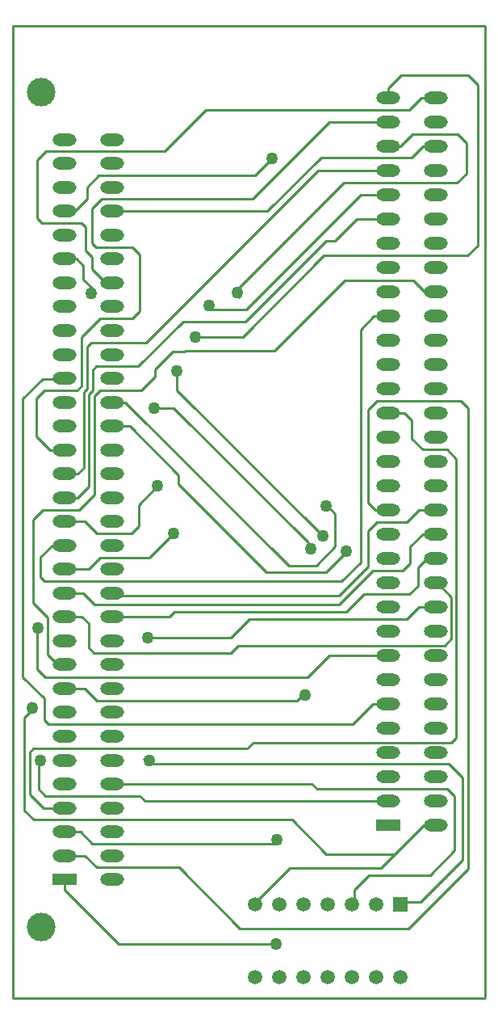
<source format=gbl>
%FSLAX44Y44*%
%MOMM*%
G71*
G01*
G75*
G04 Layer_Physical_Order=2*
G04 Layer_Color=14840927*
%ADD10C,0.2540*%
%ADD11O,2.5000X1.3000*%
%ADD12R,2.5000X1.3000*%
%ADD13C,3.0000*%
%ADD14R,1.5000X1.5000*%
%ADD15C,1.5000*%
%ADD16C,1.2700*%
D10*
X312200Y881400D02*
X332600Y901800D01*
X312200Y589173D02*
Y881400D01*
Y589173D02*
X334600Y566773D01*
X301800Y1272000D02*
X797000D01*
X301800Y252800D02*
Y1272000D01*
Y252800D02*
X797200D01*
X797000Y1173800D02*
Y1272000D01*
X313200Y547000D02*
X320000Y553800D01*
X313200Y449816D02*
Y547000D01*
Y449816D02*
X323216Y439800D01*
X319400Y510800D02*
X323000Y514400D01*
X319400Y466476D02*
Y510800D01*
Y466476D02*
X333476Y452400D01*
X328400Y472200D02*
Y500800D01*
X326500Y502700D02*
X328400Y500800D01*
Y472200D02*
X335600Y465000D01*
X324800Y638196D02*
X327400D01*
Y597800D02*
Y638196D01*
Y597800D02*
X335600Y589600D01*
X322800Y666784D02*
X338000Y651584D01*
Y612722D02*
Y651584D01*
Y612722D02*
X348322Y602400D01*
X683274Y878600D02*
X771800D01*
Y878576D02*
Y878600D01*
Y878576D02*
X779200Y871176D01*
Y388800D02*
Y871176D01*
X716400Y326000D02*
X779200Y388800D01*
X539886Y326000D02*
X716400D01*
X758998Y498602D02*
X773200Y484400D01*
Y398000D02*
Y484400D01*
X728800Y353600D02*
X773200Y398000D01*
X443798Y498602D02*
X758998D01*
X757214Y472186D02*
X764800Y464600D01*
Y407600D02*
Y464600D01*
X739200Y382000D02*
X764800Y407600D01*
X620522Y472186D02*
X757214D01*
X710800Y353600D02*
X728800D01*
X659400Y349800D02*
Y366600D01*
X674800Y382000D01*
X739200D01*
X412320Y309880D02*
X580800D01*
X558600Y356000D02*
X592000Y389400D01*
X687700D02*
X732500Y434200D01*
X592000Y389400D02*
X687700D01*
X333476Y452400D02*
X356000D01*
X323000Y514400D02*
X547420D01*
X320000Y553800D02*
Y562864D01*
X334600Y544400D02*
Y566773D01*
Y544400D02*
X339000Y540000D01*
X657742D01*
X440068Y459600D02*
X695200D01*
X356000Y702400D02*
X381000D01*
X406000Y1077400D02*
X568294D01*
X624864Y1133970D01*
X720090D01*
X731520Y1145400D01*
X745200D01*
X356000Y677400D02*
X374922D01*
X731520Y739000D02*
X745200D01*
Y688200D02*
X746760D01*
X761746Y673214D01*
Y629920D02*
Y673214D01*
X754380Y622554D02*
X761746Y629920D01*
X538226Y622554D02*
X754380D01*
X530606Y614934D02*
X538226Y622554D01*
X386080Y614934D02*
X530606D01*
X356000Y1077400D02*
X366400D01*
X553974Y520954D02*
X761746D01*
X766826Y526034D01*
Y817880D01*
X756920Y827786D02*
X766826Y817880D01*
X731520Y827786D02*
X756920D01*
X720090Y839216D02*
X731520Y827786D01*
X720090Y839216D02*
Y858520D01*
X712610Y866000D02*
X720090Y858520D01*
X695200Y866000D02*
X712610D01*
X633366Y612000D02*
X695200D01*
X356000Y802400D02*
X369584D01*
X621792Y1120000D02*
X695200D01*
X356000Y777400D02*
X369692D01*
X630115Y1046281D02*
X639772D01*
X662691Y1069200D01*
X695200D01*
X733806Y993000D02*
X745200D01*
X348322Y602400D02*
X356000D01*
X678942Y561200D02*
X695200D01*
X681368Y764400D02*
X695200D01*
X389700Y389890D02*
X475996D01*
X377190Y402400D02*
X389700Y389890D01*
X356000Y402400D02*
X377190D01*
X356000Y427400D02*
X372446D01*
X377190Y577400D02*
X389694Y564896D01*
X356000Y577400D02*
X377190D01*
X680212Y967600D02*
X695200D01*
X342900Y727400D02*
X356000D01*
Y752400D02*
X377190D01*
X340360Y827400D02*
X356000D01*
X633336Y1170800D02*
X695200D01*
X727710Y662800D02*
X745200D01*
X715150Y650240D02*
X727710Y662800D01*
X549656Y650240D02*
X715150D01*
X530098Y630682D02*
X549656Y650240D01*
X442976Y630682D02*
X530098D01*
X356000Y1027400D02*
X368530D01*
X406000Y477400D02*
X615308D01*
X620522Y472186D01*
X727400Y764400D02*
X745200D01*
X666356Y1094600D02*
X695200D01*
Y1145400D02*
X707758D01*
X695198Y1196200D02*
X695200D01*
X695198D02*
Y1206500D01*
X406000Y877400D02*
X419624D01*
X424000Y852400D02*
X475158Y801242D01*
X406000Y852400D02*
X424000D01*
X475158Y791972D02*
Y801242D01*
X356000Y901800D02*
Y902400D01*
X332600Y901800D02*
X356000D01*
X326000Y841760D02*
X340360Y827400D01*
X326000Y841760D02*
Y881200D01*
X334400Y889600D01*
X393030D02*
X436000D01*
X450400Y904000D01*
X387200Y780900D02*
Y883770D01*
X393030Y889600D01*
X369692Y777400D02*
X381400Y789108D01*
Y885886D01*
X369584Y802400D02*
X375800Y808616D01*
Y888256D01*
X334400Y889600D02*
X368600D01*
X381400Y885886D02*
X385200Y889686D01*
X375800Y888256D02*
X379400Y891856D01*
X368600Y889600D02*
X373400Y894400D01*
X398800Y1002400D02*
X406000D01*
X426946Y964946D02*
X434800Y972800D01*
X427000Y1039800D02*
X434800Y1032000D01*
Y972800D02*
Y1032000D01*
X326800Y1070000D02*
X331778Y1065022D01*
X326800Y1070000D02*
Y1130800D01*
X336200Y1140200D01*
X460800D01*
X394494Y1090200D02*
X552736D01*
X633336Y1170800D01*
X366400Y1077400D02*
X379200Y1090200D01*
Y1102338D01*
X391462Y1114600D01*
X555800D01*
X573786Y1132586D01*
X610966Y589600D02*
X633366Y612000D01*
X335600Y589600D02*
X610966D01*
X434668Y465000D02*
X440068Y459600D01*
X335600Y465000D02*
X434668D01*
X330600Y715100D02*
X342900Y727400D01*
X330600Y694000D02*
Y715100D01*
Y694000D02*
X334800Y689800D01*
X646366D01*
X370900Y764600D02*
X387200Y780900D01*
X322800Y666784D02*
Y754400D01*
X333000Y764600D01*
X370900D01*
X657742Y540000D02*
X678942Y561200D01*
X375600Y1005906D02*
X384556Y996950D01*
X375600Y1005906D02*
Y1020330D01*
X368530Y1027400D02*
X375600Y1020330D01*
X384600Y1016600D02*
X398800Y1002400D01*
X331778Y1065022D02*
X373978D01*
X378000Y1061000D01*
X384600Y1080306D02*
X394494Y1090200D01*
X378000Y1036000D02*
Y1061000D01*
Y1036000D02*
X384600Y1029400D01*
Y1016600D02*
Y1029400D01*
Y1044200D02*
Y1080306D01*
Y1044200D02*
X389000Y1039800D01*
X427000D01*
X377190Y752400D02*
X389590Y740000D01*
X426000D01*
X433324Y747324D01*
X381000Y702400D02*
X393200Y714600D01*
X444852D01*
X469900Y739648D01*
X649854Y1005200D02*
X721606D01*
X733806Y993000D01*
X695198Y1206500D02*
X708698Y1220000D01*
X779000D01*
X789000Y1210000D01*
X460800Y1140200D02*
X504200Y1183600D01*
X717400D01*
X730000Y1196200D01*
X745200D01*
X707758Y1145400D02*
X720558Y1158200D01*
X767800D01*
X777400Y1148600D01*
Y1117000D02*
Y1148600D01*
X767600Y1107200D02*
X777400Y1117000D01*
X608200Y570400D02*
X612310D01*
X406000Y677400D02*
X408400Y675000D01*
X643758D01*
X475158Y791972D02*
X567730Y699400D01*
X419624Y877400D02*
X590824Y706200D01*
X450088Y871474D02*
X470526D01*
X611200Y730800D01*
X451218Y789800D02*
X453200D01*
X433324Y747324D02*
Y769524D01*
X451600Y787800D01*
Y789418D01*
X451218Y789800D02*
X451600Y789418D01*
X611200Y724600D02*
Y730800D01*
X473600Y890000D02*
Y909800D01*
Y890000D02*
X622936Y740664D01*
X450400Y904000D02*
Y912200D01*
X630800Y769400D02*
X639800Y760400D01*
X567730Y699400D02*
X630000D01*
X651800Y721200D01*
X590824Y706200D02*
X619600D01*
X639800Y726400D01*
Y760400D01*
X646366Y689800D02*
X666200Y709634D01*
Y953588D01*
X680212Y967600D01*
X643758Y675000D02*
X674000Y705242D01*
Y742326D01*
X683674Y752000D01*
X715000D02*
X727400Y764400D01*
X683674Y752000D02*
X715000D01*
X674000Y771768D02*
X681368Y764400D01*
X674000Y771768D02*
Y869326D01*
X683274Y878600D01*
X678942Y700786D02*
X710786D01*
X718600Y708600D01*
Y726080D01*
X731520Y739000D01*
X726600Y704200D02*
X736000Y713600D01*
X745200D01*
X669998Y676275D02*
X717675D01*
X726600Y685200D01*
Y704200D01*
X323216Y439800D02*
X594800D01*
X630400Y404200D01*
X702500D01*
X732500Y434200D02*
X745200D01*
X475996Y389890D02*
X539886Y326000D01*
X380800Y620214D02*
X386080Y614934D01*
X380800Y620214D02*
Y645600D01*
X374000Y652400D02*
X380800Y645600D01*
X356000Y652400D02*
X374000D01*
X578400Y419000D02*
X581760D01*
X438688Y503712D02*
X443798Y498602D01*
X627888Y1030986D02*
X778586D01*
X789000Y1041400D01*
Y1210000D01*
X356000Y366200D02*
Y377400D01*
Y366200D02*
X412320Y309880D01*
X797000Y254400D02*
Y1173800D01*
X374922Y677400D02*
X386922Y665400D01*
X406000Y652400D02*
X465800D01*
X470800Y657400D01*
X651123D01*
X669998Y676275D01*
X386922Y665400D02*
X643556D01*
X678942Y700786D01*
X547420Y514400D02*
X553974Y520954D01*
X385200Y889686D02*
Y911000D01*
X389000Y914800D01*
X433000D01*
X441592Y939800D02*
X621792Y1120000D01*
X379400Y891856D02*
Y935200D01*
X384000Y939800D01*
X441592D01*
X373400Y894400D02*
Y945600D01*
X392746Y964946D01*
X426946D01*
X503428Y976884D02*
X505712Y974600D01*
X546356D01*
X666356Y1094600D01*
X538480Y987044D02*
Y997080D01*
X648600Y1107200D01*
X767600D01*
X450400Y912200D02*
X469000Y930800D01*
X481948D01*
X575654Y931000D02*
X649854Y1005200D01*
X575200Y931000D02*
X575654D01*
X575056Y930856D02*
X575200Y931000D01*
X482092Y930856D02*
X575056D01*
X493268Y945896D02*
X493372Y946000D01*
X542902D01*
X627888Y1030986D01*
X433000Y914800D02*
X480000Y961800D01*
X545634D01*
X630115Y1046281D01*
X581760Y419000D02*
X582280Y418480D01*
X372446Y427400D02*
X384646Y415200D01*
X579000D01*
X582280Y418480D01*
X389694Y564896D02*
X599696D01*
X604800Y570000D01*
X611910D01*
X612310Y570400D01*
D11*
X695200Y1196200D02*
D03*
Y1170800D02*
D03*
Y1145400D02*
D03*
Y1120000D02*
D03*
Y1094600D02*
D03*
Y1069200D02*
D03*
Y1043800D02*
D03*
Y1018400D02*
D03*
Y993000D02*
D03*
Y967600D02*
D03*
Y942200D02*
D03*
Y916800D02*
D03*
Y891400D02*
D03*
Y866000D02*
D03*
Y840600D02*
D03*
Y815200D02*
D03*
Y789800D02*
D03*
Y764400D02*
D03*
Y739000D02*
D03*
Y713600D02*
D03*
Y688200D02*
D03*
Y662800D02*
D03*
Y637400D02*
D03*
Y612000D02*
D03*
Y586600D02*
D03*
Y561200D02*
D03*
Y535800D02*
D03*
Y510400D02*
D03*
Y485000D02*
D03*
Y459600D02*
D03*
X745200Y1196200D02*
D03*
Y1170800D02*
D03*
Y1145400D02*
D03*
Y1120000D02*
D03*
Y1094600D02*
D03*
Y1069200D02*
D03*
Y1043800D02*
D03*
Y1018400D02*
D03*
Y993000D02*
D03*
Y967600D02*
D03*
Y942200D02*
D03*
Y916800D02*
D03*
Y891400D02*
D03*
Y866000D02*
D03*
Y840600D02*
D03*
Y815200D02*
D03*
Y789800D02*
D03*
Y764400D02*
D03*
Y739000D02*
D03*
Y713600D02*
D03*
Y688200D02*
D03*
Y662800D02*
D03*
Y637400D02*
D03*
Y612000D02*
D03*
Y586600D02*
D03*
Y561200D02*
D03*
Y535800D02*
D03*
Y510400D02*
D03*
Y485000D02*
D03*
Y459600D02*
D03*
Y434200D02*
D03*
X406000Y377400D02*
D03*
Y402400D02*
D03*
Y427400D02*
D03*
Y452400D02*
D03*
Y477400D02*
D03*
Y502400D02*
D03*
Y527400D02*
D03*
Y552400D02*
D03*
Y577400D02*
D03*
Y602400D02*
D03*
Y627400D02*
D03*
Y652400D02*
D03*
Y677400D02*
D03*
Y702400D02*
D03*
Y727400D02*
D03*
Y752400D02*
D03*
Y777400D02*
D03*
Y802400D02*
D03*
Y827400D02*
D03*
Y852400D02*
D03*
Y877400D02*
D03*
Y902400D02*
D03*
Y927400D02*
D03*
Y952400D02*
D03*
Y977400D02*
D03*
Y1002400D02*
D03*
Y1027400D02*
D03*
Y1052400D02*
D03*
Y1077400D02*
D03*
Y1102400D02*
D03*
Y1127400D02*
D03*
Y1152400D02*
D03*
X356000Y402400D02*
D03*
Y427400D02*
D03*
Y452400D02*
D03*
Y477400D02*
D03*
Y502400D02*
D03*
Y527400D02*
D03*
Y552400D02*
D03*
Y577400D02*
D03*
Y602400D02*
D03*
Y627400D02*
D03*
Y652400D02*
D03*
Y677400D02*
D03*
Y702400D02*
D03*
Y727400D02*
D03*
Y752400D02*
D03*
Y777400D02*
D03*
Y802400D02*
D03*
Y827400D02*
D03*
Y852400D02*
D03*
Y877400D02*
D03*
Y902400D02*
D03*
Y927400D02*
D03*
Y952400D02*
D03*
Y977400D02*
D03*
Y1002400D02*
D03*
Y1027400D02*
D03*
Y1052400D02*
D03*
Y1077400D02*
D03*
Y1102400D02*
D03*
Y1127400D02*
D03*
Y1152400D02*
D03*
D12*
X695200Y434200D02*
D03*
X356000Y377400D02*
D03*
D13*
X331000Y1202400D02*
D03*
Y327400D02*
D03*
D14*
X708400Y351500D02*
D03*
D15*
X683000D02*
D03*
X657600D02*
D03*
X632200D02*
D03*
X606800D02*
D03*
X581400D02*
D03*
X556000D02*
D03*
X708400Y275300D02*
D03*
X683000D02*
D03*
X657600D02*
D03*
X632200D02*
D03*
X606800D02*
D03*
X581400D02*
D03*
X556000D02*
D03*
D16*
X327600Y641200D02*
D03*
X577800Y309400D02*
D03*
X330800Y501600D02*
D03*
X322200Y556800D02*
D03*
X469900Y739648D02*
D03*
X573786Y1132586D02*
D03*
X450088Y871474D02*
D03*
X442976Y630682D02*
D03*
X384156Y991550D02*
D03*
X444642Y501866D02*
D03*
X507028Y978284D02*
D03*
X493268Y945896D02*
D03*
X473600Y909800D02*
D03*
X608200Y570400D02*
D03*
X453200Y789800D02*
D03*
X613800Y724000D02*
D03*
X626600Y737200D02*
D03*
X630200Y768400D02*
D03*
X651400Y721200D02*
D03*
X578400Y419000D02*
D03*
X537200Y992000D02*
D03*
M02*

</source>
